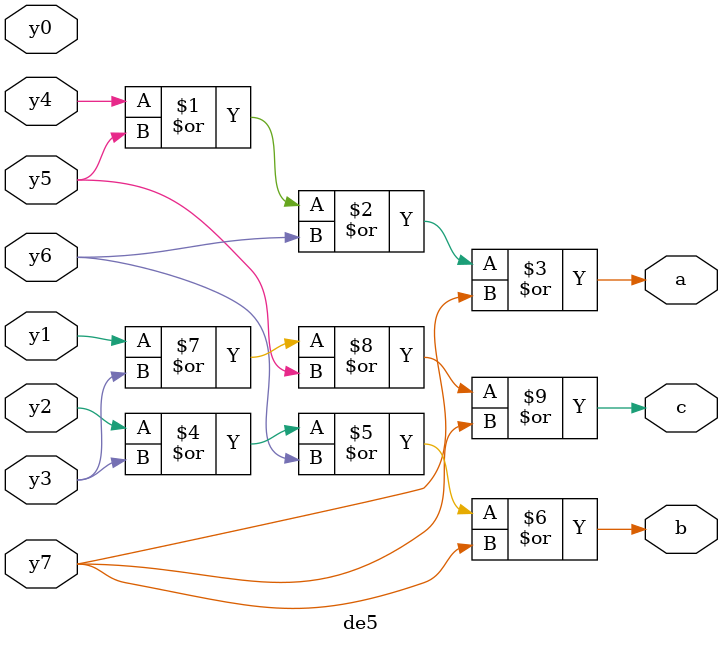
<source format=v>
module de5(a,b,c,y0,y1,y2,y3,y4,y5,y6,y7); 
input y0,y1,y2,y3,y4,y5,y6,y7; 
output a,b,c; 
assign a= ( y4 | y5 | y6 | y7); 
assign b= ( y2 | y3 | y6 | y7); 
assign c= ( y1 | y3 | y5 | y7); 
endmodule
</source>
